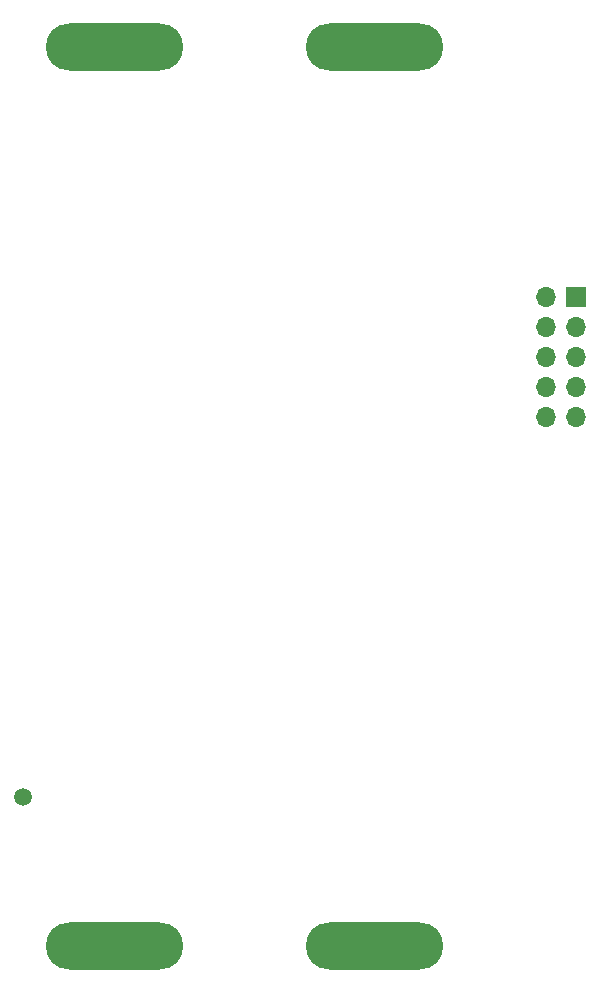
<source format=gbr>
%TF.GenerationSoftware,KiCad,Pcbnew,7.0.10*%
%TF.CreationDate,2025-01-07T15:55:25-07:00*%
%TF.ProjectId,HATB_ver_8.3.1,48415442-5f76-4657-925f-382e332e312e,8.3.1*%
%TF.SameCoordinates,Original*%
%TF.FileFunction,Soldermask,Top*%
%TF.FilePolarity,Negative*%
%FSLAX46Y46*%
G04 Gerber Fmt 4.6, Leading zero omitted, Abs format (unit mm)*
G04 Created by KiCad (PCBNEW 7.0.10) date 2025-01-07 15:55:25*
%MOMM*%
%LPD*%
G01*
G04 APERTURE LIST*
%ADD10R,1.700000X1.700000*%
%ADD11O,1.700000X1.700000*%
%ADD12O,8.000000X4.000000*%
%ADD13C,1.500000*%
G04 APERTURE END LIST*
D10*
%TO.C,P10*%
X217400000Y-73110000D03*
D11*
X214860000Y-73110000D03*
X217400000Y-75650000D03*
X214860000Y-75650000D03*
X217400000Y-78190000D03*
X214860000Y-78190000D03*
X217400000Y-80730000D03*
X214860000Y-80730000D03*
X217400000Y-83270000D03*
X214860000Y-83270000D03*
%TD*%
D12*
%TO.C,BT1*%
X202120000Y-51950000D03*
X198500000Y-51950000D03*
X198500000Y-128050000D03*
X202120000Y-128050000D03*
%TD*%
%TO.C,BT2*%
X180120000Y-51950000D03*
X176500000Y-51950000D03*
X180120000Y-128050000D03*
X176500000Y-128050000D03*
%TD*%
D13*
%TO.C,GND1*%
X170560000Y-115480000D03*
%TD*%
M02*

</source>
